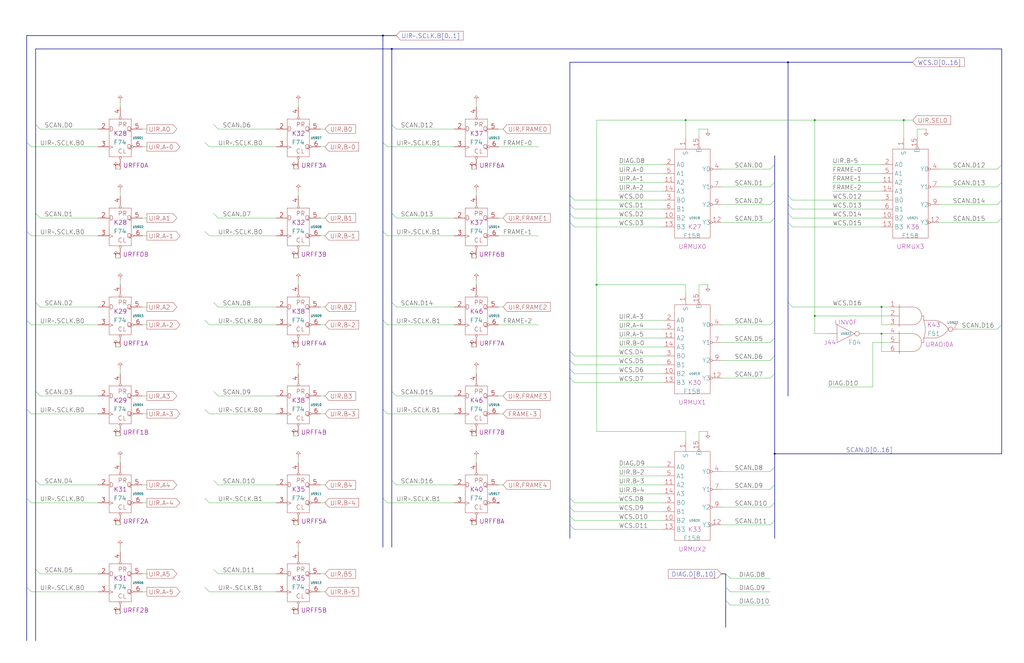
<source format=kicad_sch>
(kicad_sch (version 20250114) (generator "eeschema") (generator_version "9.0")
  (paper "User" 584.2 378.46)
  (title_block (title "WRITABLE CONTROL STORE\\nMICRO INSTRUCTION REGISTER") (date "22-MAR-90") (rev "1.0") (comment 1 "VALUE") (comment 2 "232-003063") (comment 3 "S400") (comment 4 "RELEASED"))
  (lib_symbols
    (symbol "r1000:F04" (pin_numbers (hide yes)) (pin_names (hide yes))
      (property "Reference" "U" (at 0 0 0))
      (property "Value" "F04" (at 1.27 -5.08 0))
      (property "Location" "___" (at -12.7 -5.08 0))
      (property "Name" "______" (at 0 5.08 0))
      (symbol "F04_0_1"
        (polyline (pts (xy -7.62 0) (xy -5.08 0)) (stroke (width 0.1524)))
        (polyline (pts (xy -5.08 5.08) (xy -5.08 -5.08)) (stroke (width 0.1524)))
        (polyline (pts (xy 5.08 0) (xy -5.08 5.08)) (stroke (width 0.1524)))
        (polyline (pts (xy 5.08 0) (xy -5.08 -5.08)) (stroke (width 0.1524)))
        (circle (center 6.35 0) (radius 1.27) (stroke (width 0.1524)))
      )
      (symbol "F04_1_1"
        (pin input line (at -10.16 0 0) (length 2.54) (name "D0") (number "1"))
        (pin output line (at 10.16 0 180) (length 2.54) (name "Q") (number "2"))
      )
    )
    (symbol "r1000:F158" (pin_names (offset 1.016))
      (property "Reference" "U" (at 2.54 5.08 0))
      (property "Value" "F158" (at -3.81 -5.08 0))
      (property "Location" "___" (at -1.27 0 0))
      (property "Name" "______" (at 1.27 -12.7 0))
      (symbol "F158_1_1"
        (rectangle (start -8.89 44.45) (end 11.43 -6.35))
        (circle (center 5.08 45.085) (radius 0.635))
        (circle (center 12.065 33.02) (radius 0.635))
        (circle (center 12.065 22.86) (radius 0.635))
        (circle (center 12.065 12.7) (radius 0.635))
        (circle (center 12.065 2.54) (radius 0.635))
        (pin input line (at -15.24 35.56 0) (length 6.35) (name "A0") (number "2"))
        (pin input line (at -15.24 30.48 0) (length 6.35) (name "A1") (number "5"))
        (pin input line (at -15.24 25.4 0) (length 6.35) (name "A2") (number "11"))
        (pin input line (at -15.24 20.32 0) (length 6.35) (name "A3") (number "14"))
        (pin input line (at -15.24 15.24 0) (length 6.35) (name "B0") (number "3"))
        (pin input line (at -15.24 10.16 0) (length 6.35) (name "B1") (number "6"))
        (pin input line (at -15.24 5.08 0) (length 6.35) (name "B2") (number "10"))
        (pin input line (at -15.24 0 0) (length 6.35) (name "B3") (number "13"))
        (pin input line (at -2.54 50.8 270) (length 6.35) (name "S") (number "1"))
        (pin input line (at 5.08 50.8 270) (length 5.08) (name "E") (number "15"))
        (pin output line (at 17.78 33.02 180) (length 5.08) (name "Y0") (number "4"))
        (pin output line (at 17.78 22.86 180) (length 5.08) (name "Y1") (number "7"))
        (pin output line (at 17.78 12.7 180) (length 5.08) (name "Y2") (number "9"))
        (pin output line (at 17.78 2.54 180) (length 5.08) (name "Y3") (number "12"))
      )
    )
    (symbol "r1000:F51" (pin_names (hide yes))
      (property "Reference" "U" (at 12.7 1.27 0))
      (property "Value" "F51" (at 1.905 -5.08 0))
      (property "Location" "___" (at 1.905 0 0))
      (property "Name" "______" (at 5.08 -12.7 0))
      (symbol "F51_0_0"
        (polyline (pts (xy -20.32 10.16) (xy -17.78 10.16)) (stroke (width 0.1524)))
        (polyline (pts (xy -20.32 5.08) (xy -17.78 5.08)) (stroke (width 0.1524)))
        (polyline (pts (xy -20.32 0) (xy -17.78 0)) (stroke (width 0.1524)))
        (polyline (pts (xy -20.32 -5.08) (xy -17.78 -5.08)) (stroke (width 0.1524)))
        (polyline (pts (xy -20.32 -10.16) (xy -17.78 -10.16)) (stroke (width 0.1524)))
        (polyline (pts (xy -20.32 -15.24) (xy -17.78 -15.24)) (stroke (width 0.1524)))
        (arc (start -3.8173 2.54) (mid -2.9926 -2.54) (end -3.8173 -7.62) (stroke (width 0.1524)))
        (polyline (pts (xy -17.78 11.43) (xy -17.78 -1.27)) (stroke (width 0.1524)))
        (polyline (pts (xy -17.78 -3.81) (xy -17.78 -16.51)) (stroke (width 0.1524)))
        (polyline (pts (xy -10.16 10.16) (xy -17.78 10.16)) (stroke (width 0.1524)))
        (arc (start -10.16 10.16) (mid -6.5679 8.6721) (end -5.08 5.08) (stroke (width 0.1524)))
        (arc (start -5.08 5.08) (mid -6.5679 1.4879) (end -10.16 0) (stroke (width 0.1524)))
        (polyline (pts (xy -10.16 0) (xy -17.78 0)) (stroke (width 0.1524)))
        (polyline (pts (xy -10.16 -5.08) (xy -17.78 -5.08)) (stroke (width 0.1524)))
        (arc (start -10.16 -5.08) (mid -6.5679 -6.5679) (end -5.08 -10.16) (stroke (width 0.1524)))
        (arc (start -5.08 -10.16) (mid -6.5679 -13.7521) (end -10.16 -15.24) (stroke (width 0.1524)))
        (polyline (pts (xy -10.16 -15.24) (xy -17.78 -15.24)) (stroke (width 0.1524)))
        (polyline (pts (xy -5.08 5.08) (xy -3.81 5.08) (xy -3.81 2.54)) (stroke (width 0.1524)))
        (polyline (pts (xy -5.08 -10.16) (xy -3.81 -10.16) (xy -3.81 -7.62)) (stroke (width 0.1524)))
        (polyline (pts (xy -3.81 2.54) (xy 2.54 2.54)) (stroke (width 0.1524)))
        (polyline (pts (xy -3.81 -7.62) (xy 2.54 -7.62)) (stroke (width 0.1524)))
        (arc (start 10.16 -2.54) (mid 6.9504 -5.9807) (end 2.54 -7.62) (stroke (width 0.1524)))
        (arc (start 2.54 2.54) (mid 6.9516 0.9024) (end 10.16 -2.54) (stroke (width 0.1524)))
        (circle (center 11.43 -2.54) (radius 1.27) (stroke (width 0.1524)))
      )
      (symbol "F51_1_1"
        (pin input line (at -22.86 10.16 0) (length 2.54) (name "A1") (number "1"))
        (pin input line (at -22.86 5.08 0) (length 2.54) (name "A2") (number "2"))
        (pin input line (at -22.86 0 0) (length 2.54) (name "A3") (number "3"))
        (pin input line (at -22.86 -5.08 0) (length 2.54) (name "B1") (number "4"))
        (pin input line (at -22.86 -10.16 0) (length 2.54) (name "B2") (number "5"))
        (pin input line (at -22.86 -15.24 0) (length 2.54) (name "B3") (number "6"))
        (pin output line (at 15.24 -2.54 180) (length 2.54) (name "Q") (number "7"))
      )
    )
    (symbol "r1000:F74" (pin_names (offset 1.016) (hide yes))
      (property "Reference" "U" (at 12.7 -2.54 0))
      (property "Value" "F74" (at -1.27 -5.08 0))
      (property "Location" "___" (at -1.27 0 0))
      (property "Name" "______" (at 11.43 -19.685 0))
      (symbol "F74_0_1"
        (rectangle (start -3.81 8.255) (end 8.89 -13.335) (stroke (width 0.1524)))
        (polyline (pts (xy 2.54 10.16) (xy 2.54 9.525)) (stroke (width 0.1524)))
        (polyline (pts (xy 2.54 -15.24) (xy 2.54 -14.605)) (stroke (width 0.1524)))
      )
      (symbol "F74_1_1"
        (circle (center 2.54 8.89) (radius 0.635))
        (circle (center 2.54 -13.97) (radius 0.635))
        (circle (center 9.525 -7.62) (radius 0.635))
        (text "D" (at -2.54 2.54 0) (effects (font (size 2.54 2.54))))
        (text ">" (at -2.54 -7.62 0) (effects (font (size 2.54 2.54))))
        (text "P" (at 2.54 5.08 0) (effects (font (size 2.54 2.54))))
        (text "C" (at 2.54 -10.16 0) (effects (font (size 2.54 2.54))))
        (text "R" (at 5.08 5.08 0) (effects (font (size 2.54 2.54))))
        (text "L" (at 5.08 -10.16 0) (effects (font (size 2.54 2.54))))
        (text "Q" (at 7.62 2.54 0) (effects (font (size 2.54 2.54))))
        (text "Q" (at 7.62 -7.62 0) (effects (font (size 2.54 2.54))))
        (pin input line (at -10.16 2.54 0) (length 6.35) (name "D") (number "2"))
        (pin input line (at -10.16 -7.62 0) (length 6.35) (name "CLK") (number "3"))
        (pin input line (at 2.54 15.24 270) (length 5.08) (name "PR_") (number "4"))
        (pin input line (at 2.54 -20.32 90) (length 5.08) (name "CL_") (number "1"))
        (pin output line (at 15.24 2.54 180) (length 6.35) (name "Q") (number "5"))
        (pin output line (at 15.24 -7.62 180) (length 5.08) (name "Q_") (number "6"))
      )
    )
    (symbol "r1000:PD" (power) (pin_numbers (hide yes)) (pin_names (hide yes)) (in_bom no)
      (symbol "PD_0_1"
        (polyline (pts (xy 0 -2.54) (xy 1.27 -2.54) (xy 0 -3.81) (xy -1.27 -2.54) (xy 0 -2.54)) (stroke (width 0.1524)))
      )
      (symbol "PD_1_1"
        (pin power_in line (at 0 0 270) (length 2.54) (name "PD") (number "1"))
      )
    )
    (symbol "r1000:PU" (power) (pin_numbers (hide yes)) (pin_names (hide yes))
      (symbol "PU_0_1"
        (polyline (pts (xy 0 2.54) (xy -1.27 2.54) (xy 0 3.81) (xy 1.27 2.54) (xy 0 2.54)) (stroke (width 0.1524)))
      )
      (symbol "PU_1_1"
        (pin power_in line (at 0 0 90) (length 2.54) (name "PU") (number "1"))
      )
    )
  )
  (junction (at 464.82 68.58))
  (junction (at 223.52 27.94))
  (junction (at 515.62 68.58))
  (junction (at 340.36 162.56))
  (junction (at 218.44 20.32))
  (junction (at 464.82 180.34))
  (junction (at 391.16 68.58))
  (junction (at 441.96 259.08))
  (junction (at 449.58 35.56))
  (junction (at 502.92 190.5))
  (junction (at 502.92 175.26))
  (no_connect (at 284.48 287.02))
  (bus_entry (at 121.92 274.32) (size 2.54 2.54))
  (bus_entry (at 15.24 81.28) (size 2.54 2.54))
  (bus_entry (at 441.96 213.36) (size -2.54 2.54))
  (bus_entry (at 116.84 81.28) (size 2.54 2.54))
  (bus_entry (at 223.52 274.32) (size 2.54 2.54))
  (bus_entry (at 223.52 223.52) (size 2.54 2.54))
  (bus_entry (at 441.96 104.14) (size -2.54 2.54))
  (bus_entry (at 223.52 71.12) (size 2.54 2.54))
  (bus_entry (at 223.52 121.92) (size 2.54 2.54))
  (bus_entry (at 325.12 210.82) (size 2.54 2.54))
  (bus_entry (at 15.24 284.48) (size 2.54 2.54))
  (bus_entry (at 441.96 93.98) (size -2.54 2.54))
  (bus_entry (at 325.12 116.84) (size 2.54 2.54))
  (bus_entry (at 441.96 297.18) (size -2.54 2.54))
  (bus_entry (at 441.96 276.86) (size -2.54 2.54))
  (bus_entry (at 449.58 172.72) (size 2.54 2.54))
  (bus_entry (at 441.96 266.7) (size -2.54 2.54))
  (bus_entry (at 414.02 327.66) (size 2.54 2.54))
  (bus_entry (at 571.5 114.3) (size -2.54 2.54))
  (bus_entry (at 325.12 284.48) (size 2.54 2.54))
  (bus_entry (at 15.24 182.88) (size 2.54 2.54))
  (bus_entry (at 218.44 182.88) (size 2.54 2.54))
  (bus_entry (at 15.24 335.28) (size 2.54 2.54))
  (bus_entry (at 441.96 287.02) (size -2.54 2.54))
  (bus_entry (at 325.12 289.56) (size 2.54 2.54))
  (bus_entry (at 571.5 104.14) (size -2.54 2.54))
  (bus_entry (at 20.32 223.52) (size 2.54 2.54))
  (bus_entry (at 325.12 127) (size 2.54 2.54))
  (bus_entry (at 223.52 172.72) (size 2.54 2.54))
  (bus_entry (at 441.96 124.46) (size -2.54 2.54))
  (bus_entry (at 441.96 193.04) (size -2.54 2.54))
  (bus_entry (at 449.58 127) (size 2.54 2.54))
  (bus_entry (at 325.12 111.76) (size 2.54 2.54))
  (bus_entry (at 441.96 203.2) (size -2.54 2.54))
  (bus_entry (at 449.58 111.76) (size 2.54 2.54))
  (bus_entry (at 121.92 325.12) (size 2.54 2.54))
  (bus_entry (at 325.12 294.64) (size 2.54 2.54))
  (bus_entry (at 20.32 121.92) (size 2.54 2.54))
  (bus_entry (at 116.84 132.08) (size 2.54 2.54))
  (bus_entry (at 121.92 71.12) (size 2.54 2.54))
  (bus_entry (at 20.32 172.72) (size 2.54 2.54))
  (bus_entry (at 121.92 223.52) (size 2.54 2.54))
  (bus_entry (at 449.58 121.92) (size 2.54 2.54))
  (bus_entry (at 414.02 335.28) (size 2.54 2.54))
  (bus_entry (at 571.5 93.98) (size -2.54 2.54))
  (bus_entry (at 121.92 172.72) (size 2.54 2.54))
  (bus_entry (at 441.96 182.88) (size -2.54 2.54))
  (bus_entry (at 218.44 132.08) (size 2.54 2.54))
  (bus_entry (at 218.44 81.28) (size 2.54 2.54))
  (bus_entry (at 116.84 335.28) (size 2.54 2.54))
  (bus_entry (at 218.44 233.68) (size 2.54 2.54))
  (bus_entry (at 116.84 233.68) (size 2.54 2.54))
  (bus_entry (at 571.5 185.42) (size -2.54 2.54))
  (bus_entry (at 414.02 342.9) (size 2.54 2.54))
  (bus_entry (at 449.58 116.84) (size 2.54 2.54))
  (bus_entry (at 571.5 124.46) (size -2.54 2.54))
  (bus_entry (at 325.12 121.92) (size 2.54 2.54))
  (bus_entry (at 325.12 299.72) (size 2.54 2.54))
  (bus_entry (at 325.12 215.9) (size 2.54 2.54))
  (bus_entry (at 116.84 182.88) (size 2.54 2.54))
  (bus_entry (at 20.32 274.32) (size 2.54 2.54))
  (bus_entry (at 325.12 200.66) (size 2.54 2.54))
  (bus_entry (at 15.24 132.08) (size 2.54 2.54))
  (bus_entry (at 218.44 284.48) (size 2.54 2.54))
  (bus_entry (at 325.12 205.74) (size 2.54 2.54))
  (bus_entry (at 116.84 284.48) (size 2.54 2.54))
  (bus_entry (at 20.32 325.12) (size 2.54 2.54))
  (bus_entry (at 121.92 121.92) (size 2.54 2.54))
  (bus_entry (at 441.96 114.3) (size -2.54 2.54))
  (bus_entry (at 15.24 233.68) (size 2.54 2.54))
  (bus_entry (at 20.32 71.12) (size 2.54 2.54))
  (wire (pts (xy 523.24 73.66) (xy 523.24 78.74)))
  (wire (pts (xy 502.92 200.66) (xy 502.92 190.5)))
  (wire (pts (xy 411.48 269.24) (xy 439.42 269.24)))
  (wire (pts (xy 170.18 58.42) (xy 170.18 60.96)))
  (wire (pts (xy 515.62 68.58) (xy 515.62 78.74)))
  (wire (pts (xy 353.06 104.14) (xy 378.46 104.14)))
  (wire (pts (xy 119.38 83.82) (xy 157.48 83.82)))
  (wire (pts (xy 81.28 337.82) (xy 83.82 337.82)))
  (wire (pts (xy 68.58 261.62) (xy 68.58 264.16)))
  (wire (pts (xy 22.86 276.86) (xy 55.88 276.86)))
  (bus (pts (xy 20.32 223.52) (xy 20.32 274.32)))
  (wire (pts (xy 170.18 261.62) (xy 170.18 264.16)))
  (wire (pts (xy 81.28 287.02) (xy 83.82 287.02)))
  (wire (pts (xy 17.78 134.62) (xy 55.88 134.62)))
  (wire (pts (xy 284.48 226.06) (xy 287.02 226.06)))
  (wire (pts (xy 508 185.42) (xy 502.92 185.42)))
  (wire (pts (xy 497.84 220.98) (xy 497.84 195.58)))
  (bus (pts (xy 441.96 193.04) (xy 441.96 203.2)))
  (bus (pts (xy 441.96 104.14) (xy 441.96 114.3)))
  (wire (pts (xy 353.06 276.86) (xy 378.46 276.86)))
  (wire (pts (xy 220.98 83.82) (xy 259.08 83.82)))
  (wire (pts (xy 124.46 73.66) (xy 157.48 73.66)))
  (wire (pts (xy 124.46 226.06) (xy 157.48 226.06)))
  (wire (pts (xy 220.98 185.42) (xy 259.08 185.42)))
  (wire (pts (xy 170.18 109.22) (xy 170.18 111.76)))
  (wire (pts (xy 327.66 213.36) (xy 378.46 213.36)))
  (bus (pts (xy 441.96 182.88) (xy 441.96 193.04)))
  (wire (pts (xy 474.98 109.22) (xy 502.92 109.22)))
  (wire (pts (xy 411.48 279.4) (xy 439.42 279.4)))
  (wire (pts (xy 167.64 299.72) (xy 170.18 299.72)))
  (wire (pts (xy 353.06 271.78) (xy 378.46 271.78)))
  (wire (pts (xy 474.98 99.06) (xy 502.92 99.06)))
  (bus (pts (xy 441.96 124.46) (xy 441.96 182.88)))
  (bus (pts (xy 15.24 81.28) (xy 15.24 132.08)))
  (bus (pts (xy 218.44 132.08) (xy 218.44 182.88)))
  (wire (pts (xy 119.38 185.42) (xy 157.48 185.42)))
  (bus (pts (xy 414.02 327.66) (xy 414.02 335.28)))
  (bus (pts (xy 15.24 182.88) (xy 15.24 233.68)))
  (bus (pts (xy 218.44 284.48) (xy 218.44 312.42)))
  (wire (pts (xy 472.44 220.98) (xy 497.84 220.98)))
  (bus (pts (xy 15.24 20.32) (xy 218.44 20.32)))
  (wire (pts (xy 22.86 175.26) (xy 55.88 175.26)))
  (wire (pts (xy 226.06 276.86) (xy 259.08 276.86)))
  (bus (pts (xy 325.12 205.74) (xy 325.12 210.82)))
  (wire (pts (xy 81.28 327.66) (xy 83.82 327.66)))
  (wire (pts (xy 535.94 116.84) (xy 568.96 116.84)))
  (bus (pts (xy 441.96 93.98) (xy 441.96 104.14)))
  (bus (pts (xy 20.32 274.32) (xy 20.32 325.12)))
  (bus (pts (xy 571.5 93.98) (xy 571.5 104.14)))
  (wire (pts (xy 271.78 160.02) (xy 271.78 162.56)))
  (wire (pts (xy 182.88 124.46) (xy 185.42 124.46)))
  (wire (pts (xy 22.86 124.46) (xy 55.88 124.46)))
  (bus (pts (xy 20.32 325.12) (xy 20.32 365.76)))
  (wire (pts (xy 17.78 236.22) (xy 55.88 236.22)))
  (wire (pts (xy 182.88 134.62) (xy 185.42 134.62)))
  (wire (pts (xy 492.76 190.5) (xy 502.92 190.5)))
  (wire (pts (xy 452.12 114.3) (xy 502.92 114.3)))
  (wire (pts (xy 269.24 248.92) (xy 271.78 248.92)))
  (wire (pts (xy 182.88 236.22) (xy 185.42 236.22)))
  (wire (pts (xy 284.48 185.42) (xy 307.34 185.42)))
  (wire (pts (xy 119.38 236.22) (xy 157.48 236.22)))
  (wire (pts (xy 22.86 73.66) (xy 55.88 73.66)))
  (bus (pts (xy 325.12 215.9) (xy 325.12 284.48)))
  (bus (pts (xy 441.96 276.86) (xy 441.96 287.02)))
  (wire (pts (xy 340.36 246.38) (xy 391.16 246.38)))
  (bus (pts (xy 571.5 104.14) (xy 571.5 114.3)))
  (wire (pts (xy 81.28 134.62) (xy 83.82 134.62)))
  (wire (pts (xy 182.88 226.06) (xy 185.42 226.06)))
  (wire (pts (xy 124.46 327.66) (xy 157.48 327.66)))
  (bus (pts (xy 325.12 35.56) (xy 325.12 111.76)))
  (bus (pts (xy 20.32 27.94) (xy 223.52 27.94)))
  (wire (pts (xy 474.98 93.98) (xy 502.92 93.98)))
  (wire (pts (xy 68.58 210.82) (xy 68.58 213.36)))
  (wire (pts (xy 66.04 248.92) (xy 68.58 248.92)))
  (wire (pts (xy 182.88 327.66) (xy 185.42 327.66)))
  (wire (pts (xy 81.28 236.22) (xy 83.82 236.22)))
  (wire (pts (xy 271.78 261.62) (xy 271.78 264.16)))
  (wire (pts (xy 22.86 226.06) (xy 55.88 226.06)))
  (wire (pts (xy 284.48 236.22) (xy 287.02 236.22)))
  (bus (pts (xy 441.96 259.08) (xy 441.96 266.7)))
  (bus (pts (xy 325.12 200.66) (xy 325.12 205.74)))
  (wire (pts (xy 81.28 73.66) (xy 83.82 73.66)))
  (wire (pts (xy 391.16 68.58) (xy 464.82 68.58)))
  (wire (pts (xy 502.92 175.26) (xy 508 175.26)))
  (bus (pts (xy 218.44 81.28) (xy 218.44 132.08)))
  (wire (pts (xy 17.78 185.42) (xy 55.88 185.42)))
  (wire (pts (xy 411.48 185.42) (xy 439.42 185.42)))
  (wire (pts (xy 220.98 134.62) (xy 259.08 134.62)))
  (wire (pts (xy 411.48 205.74) (xy 439.42 205.74)))
  (wire (pts (xy 327.66 119.38) (xy 378.46 119.38)))
  (wire (pts (xy 124.46 175.26) (xy 157.48 175.26)))
  (wire (pts (xy 327.66 129.54) (xy 378.46 129.54)))
  (bus (pts (xy 441.96 114.3) (xy 441.96 124.46)))
  (wire (pts (xy 182.88 337.82) (xy 185.42 337.82)))
  (wire (pts (xy 403.86 162.56) (xy 398.78 162.56)))
  (wire (pts (xy 353.06 281.94) (xy 378.46 281.94)))
  (wire (pts (xy 119.38 337.82) (xy 157.48 337.82)))
  (wire (pts (xy 416.56 330.2) (xy 439.42 330.2)))
  (bus (pts (xy 15.24 132.08) (xy 15.24 182.88)))
  (bus (pts (xy 449.58 111.76) (xy 449.58 116.84)))
  (wire (pts (xy 226.06 73.66) (xy 259.08 73.66)))
  (wire (pts (xy 182.88 83.82) (xy 185.42 83.82)))
  (bus (pts (xy 414.02 342.9) (xy 414.02 358.14)))
  (bus (pts (xy 571.5 114.3) (xy 571.5 124.46)))
  (wire (pts (xy 327.66 287.02) (xy 378.46 287.02)))
  (wire (pts (xy 353.06 182.88) (xy 378.46 182.88)))
  (wire (pts (xy 452.12 129.54) (xy 502.92 129.54)))
  (wire (pts (xy 464.82 68.58) (xy 515.62 68.58)))
  (wire (pts (xy 403.86 246.38) (xy 398.78 246.38)))
  (wire (pts (xy 22.86 327.66) (xy 55.88 327.66)))
  (bus (pts (xy 325.12 284.48) (xy 325.12 289.56)))
  (bus (pts (xy 223.52 172.72) (xy 223.52 223.52)))
  (wire (pts (xy 535.94 127) (xy 568.96 127)))
  (wire (pts (xy 411.48 96.52) (xy 439.42 96.52)))
  (wire (pts (xy 353.06 193.04) (xy 378.46 193.04)))
  (wire (pts (xy 284.48 124.46) (xy 287.02 124.46)))
  (bus (pts (xy 325.12 210.82) (xy 325.12 215.9)))
  (wire (pts (xy 226.06 226.06) (xy 259.08 226.06)))
  (bus (pts (xy 223.52 27.94) (xy 223.52 71.12)))
  (bus (pts (xy 325.12 116.84) (xy 325.12 121.92)))
  (bus (pts (xy 325.12 294.64) (xy 325.12 299.72)))
  (wire (pts (xy 327.66 124.46) (xy 378.46 124.46)))
  (wire (pts (xy 411.48 195.58) (xy 439.42 195.58)))
  (wire (pts (xy 391.16 251.46) (xy 391.16 246.38)))
  (wire (pts (xy 66.04 198.12) (xy 68.58 198.12)))
  (bus (pts (xy 325.12 289.56) (xy 325.12 294.64)))
  (wire (pts (xy 66.04 299.72) (xy 68.58 299.72)))
  (wire (pts (xy 411.48 106.68) (xy 439.42 106.68)))
  (wire (pts (xy 68.58 312.42) (xy 68.58 314.96)))
  (bus (pts (xy 441.96 266.7) (xy 441.96 276.86)))
  (wire (pts (xy 340.36 162.56) (xy 340.36 68.58)))
  (wire (pts (xy 411.48 116.84) (xy 439.42 116.84)))
  (bus (pts (xy 20.32 121.92) (xy 20.32 172.72)))
  (bus (pts (xy 414.02 335.28) (xy 414.02 342.9)))
  (wire (pts (xy 182.88 276.86) (xy 185.42 276.86)))
  (wire (pts (xy 182.88 185.42) (xy 185.42 185.42)))
  (bus (pts (xy 411.48 327.66) (xy 414.02 327.66)))
  (wire (pts (xy 269.24 198.12) (xy 271.78 198.12)))
  (bus (pts (xy 218.44 20.32) (xy 226.06 20.32)))
  (wire (pts (xy 474.98 104.14) (xy 502.92 104.14)))
  (wire (pts (xy 411.48 127) (xy 439.42 127)))
  (bus (pts (xy 441.96 203.2) (xy 441.96 213.36)))
  (wire (pts (xy 327.66 297.18) (xy 378.46 297.18)))
  (bus (pts (xy 441.96 297.18) (xy 441.96 307.34)))
  (wire (pts (xy 416.56 345.44) (xy 439.42 345.44)))
  (wire (pts (xy 66.04 350.52) (xy 68.58 350.52)))
  (wire (pts (xy 271.78 58.42) (xy 271.78 60.96)))
  (wire (pts (xy 226.06 124.46) (xy 259.08 124.46)))
  (wire (pts (xy 411.48 215.9) (xy 439.42 215.9)))
  (bus (pts (xy 218.44 233.68) (xy 218.44 284.48)))
  (wire (pts (xy 391.16 68.58) (xy 391.16 78.74)))
  (wire (pts (xy 327.66 218.44) (xy 378.46 218.44)))
  (bus (pts (xy 571.5 27.94) (xy 571.5 93.98)))
  (bus (pts (xy 449.58 116.84) (xy 449.58 121.92)))
  (wire (pts (xy 403.86 73.66) (xy 398.78 73.66)))
  (bus (pts (xy 15.24 335.28) (xy 15.24 365.76)))
  (wire (pts (xy 535.94 106.68) (xy 568.96 106.68)))
  (wire (pts (xy 353.06 109.22) (xy 378.46 109.22)))
  (wire (pts (xy 340.36 246.38) (xy 340.36 162.56)))
  (wire (pts (xy 124.46 124.46) (xy 157.48 124.46)))
  (wire (pts (xy 226.06 175.26) (xy 259.08 175.26)))
  (bus (pts (xy 325.12 121.92) (xy 325.12 127)))
  (wire (pts (xy 515.62 68.58) (xy 520.7 68.58)))
  (wire (pts (xy 528.32 73.66) (xy 523.24 73.66)))
  (bus (pts (xy 449.58 121.92) (xy 449.58 127)))
  (bus (pts (xy 571.5 185.42) (xy 571.5 259.08)))
  (bus (pts (xy 325.12 35.56) (xy 449.58 35.56)))
  (wire (pts (xy 167.64 198.12) (xy 170.18 198.12)))
  (wire (pts (xy 271.78 109.22) (xy 271.78 111.76)))
  (bus (pts (xy 325.12 299.72) (xy 325.12 307.34)))
  (wire (pts (xy 271.78 210.82) (xy 271.78 213.36)))
  (bus (pts (xy 441.96 213.36) (xy 441.96 259.08)))
  (wire (pts (xy 170.18 312.42) (xy 170.18 314.96)))
  (wire (pts (xy 546.1 187.96) (xy 568.96 187.96)))
  (wire (pts (xy 182.88 73.66) (xy 185.42 73.66)))
  (wire (pts (xy 119.38 134.62) (xy 157.48 134.62)))
  (wire (pts (xy 284.48 134.62) (xy 307.34 134.62)))
  (wire (pts (xy 327.66 208.28) (xy 378.46 208.28)))
  (wire (pts (xy 81.28 175.26) (xy 83.82 175.26)))
  (wire (pts (xy 452.12 119.38) (xy 502.92 119.38)))
  (wire (pts (xy 170.18 160.02) (xy 170.18 162.56)))
  (bus (pts (xy 325.12 127) (xy 325.12 200.66)))
  (wire (pts (xy 81.28 226.06) (xy 83.82 226.06)))
  (wire (pts (xy 170.18 210.82) (xy 170.18 213.36)))
  (wire (pts (xy 167.64 248.92) (xy 170.18 248.92)))
  (wire (pts (xy 327.66 302.26) (xy 378.46 302.26)))
  (wire (pts (xy 81.28 276.86) (xy 83.82 276.86)))
  (wire (pts (xy 81.28 83.82) (xy 83.82 83.82)))
  (wire (pts (xy 68.58 58.42) (xy 68.58 60.96)))
  (bus (pts (xy 223.52 274.32) (xy 223.52 312.42)))
  (wire (pts (xy 81.28 124.46) (xy 83.82 124.46)))
  (wire (pts (xy 353.06 93.98) (xy 378.46 93.98)))
  (wire (pts (xy 340.36 162.56) (xy 391.16 162.56)))
  (bus (pts (xy 571.5 124.46) (xy 571.5 185.42)))
  (wire (pts (xy 167.64 350.52) (xy 170.18 350.52)))
  (bus (pts (xy 449.58 35.56) (xy 449.58 111.76)))
  (wire (pts (xy 327.66 292.1) (xy 378.46 292.1)))
  (wire (pts (xy 68.58 109.22) (xy 68.58 111.76)))
  (wire (pts (xy 182.88 175.26) (xy 185.42 175.26)))
  (wire (pts (xy 284.48 83.82) (xy 307.34 83.82)))
  (wire (pts (xy 220.98 287.02) (xy 259.08 287.02)))
  (wire (pts (xy 284.48 175.26) (xy 287.02 175.26)))
  (bus (pts (xy 15.24 233.68) (xy 15.24 284.48)))
  (wire (pts (xy 497.84 195.58) (xy 508 195.58)))
  (bus (pts (xy 15.24 20.32) (xy 15.24 81.28)))
  (wire (pts (xy 535.94 96.52) (xy 568.96 96.52)))
  (wire (pts (xy 340.36 68.58) (xy 391.16 68.58)))
  (bus (pts (xy 218.44 182.88) (xy 218.44 233.68)))
  (bus (pts (xy 441.96 88.9) (xy 441.96 93.98)))
  (bus (pts (xy 223.52 71.12) (xy 223.52 121.92)))
  (bus (pts (xy 449.58 172.72) (xy 449.58 226.06)))
  (wire (pts (xy 167.64 96.52) (xy 170.18 96.52)))
  (bus (pts (xy 218.44 20.32) (xy 218.44 81.28)))
  (wire (pts (xy 81.28 185.42) (xy 83.82 185.42)))
  (wire (pts (xy 452.12 175.26) (xy 502.92 175.26)))
  (bus (pts (xy 223.52 121.92) (xy 223.52 172.72)))
  (bus (pts (xy 223.52 27.94) (xy 571.5 27.94)))
  (wire (pts (xy 391.16 167.64) (xy 391.16 162.56)))
  (wire (pts (xy 502.92 190.5) (xy 508 190.5)))
  (wire (pts (xy 411.48 289.56) (xy 439.42 289.56)))
  (wire (pts (xy 17.78 337.82) (xy 55.88 337.82)))
  (wire (pts (xy 353.06 187.96) (xy 378.46 187.96)))
  (wire (pts (xy 472.44 190.5) (xy 464.82 190.5)))
  (wire (pts (xy 269.24 147.32) (xy 271.78 147.32)))
  (bus (pts (xy 20.32 172.72) (xy 20.32 223.52)))
  (wire (pts (xy 502.92 185.42) (xy 502.92 175.26)))
  (bus (pts (xy 325.12 111.76) (xy 325.12 116.84)))
  (wire (pts (xy 284.48 73.66) (xy 287.02 73.66)))
  (bus (pts (xy 223.52 223.52) (xy 223.52 274.32)))
  (wire (pts (xy 327.66 114.3) (xy 378.46 114.3)))
  (wire (pts (xy 66.04 147.32) (xy 68.58 147.32)))
  (wire (pts (xy 220.98 236.22) (xy 259.08 236.22)))
  (wire (pts (xy 416.56 337.82) (xy 439.42 337.82)))
  (wire (pts (xy 124.46 276.86) (xy 157.48 276.86)))
  (wire (pts (xy 353.06 99.06) (xy 378.46 99.06)))
  (bus (pts (xy 449.58 35.56) (xy 520.7 35.56)))
  (bus (pts (xy 571.5 259.08) (xy 441.96 259.08)))
  (wire (pts (xy 167.64 147.32) (xy 170.18 147.32)))
  (bus (pts (xy 449.58 127) (xy 449.58 172.72)))
  (wire (pts (xy 353.06 198.12) (xy 378.46 198.12)))
  (wire (pts (xy 398.78 73.66) (xy 398.78 78.74)))
  (wire (pts (xy 284.48 276.86) (xy 287.02 276.86)))
  (wire (pts (xy 452.12 124.46) (xy 502.92 124.46)))
  (wire (pts (xy 17.78 287.02) (xy 55.88 287.02)))
  (wire (pts (xy 17.78 83.82) (xy 55.88 83.82)))
  (bus (pts (xy 441.96 287.02) (xy 441.96 297.18)))
  (wire (pts (xy 182.88 287.02) (xy 185.42 287.02)))
  (wire (pts (xy 464.82 180.34) (xy 464.82 68.58)))
  (wire (pts (xy 66.04 96.52) (xy 68.58 96.52)))
  (wire (pts (xy 269.24 96.52) (xy 271.78 96.52)))
  (wire (pts (xy 327.66 203.2) (xy 378.46 203.2)))
  (wire (pts (xy 353.06 266.7) (xy 378.46 266.7)))
  (wire (pts (xy 269.24 299.72) (xy 271.78 299.72)))
  (wire (pts (xy 398.78 162.56) (xy 398.78 167.64)))
  (wire (pts (xy 508 200.66) (xy 502.92 200.66)))
  (wire (pts (xy 398.78 246.38) (xy 398.78 251.46)))
  (bus (pts (xy 20.32 71.12) (xy 20.32 121.92)))
  (bus (pts (xy 20.32 27.94) (xy 20.32 71.12)))
  (wire (pts (xy 411.48 299.72) (xy 439.42 299.72)))
  (wire (pts (xy 68.58 160.02) (xy 68.58 162.56)))
  (wire (pts (xy 119.38 287.02) (xy 157.48 287.02)))
  (bus (pts (xy 15.24 284.48) (xy 15.24 335.28)))
  (wire (pts (xy 464.82 180.34) (xy 508 180.34)))
  (wire (pts (xy 464.82 190.5) (xy 464.82 180.34)))
  (label "WCS.D11" (at 353.06 302.26 0) (effects (font (size 2.54 2.54))))
  (label "WCS.D2" (at 353.06 124.46 0) (effects (font (size 2.54 2.54))))
  (label "SCAN.D14" (at 543.56 116.84 0) (effects (font (size 2.54 2.54))))
  (label "DIAG.D10" (at 421.64 345.44 0) (effects (font (size 2.54 2.54))))
  (label "DIAG.D8" (at 421.64 330.2 0) (effects (font (size 2.54 2.54))))
  (label "SCAN.D5" (at 419.1 195.58 0) (effects (font (size 2.54 2.54))))
  (label "WCS.D7" (at 353.06 218.44 0) (effects (font (size 2.54 2.54))))
  (label "SCAN.D9" (at 127 226.06 0) (effects (font (size 2.54 2.54))))
  (label "UIR~.SCLK.B1" (at 226.06 83.82 0) (effects (font (size 2.54 2.54))))
  (label "WCS.D8" (at 353.06 287.02 0) (effects (font (size 2.54 2.54))))
  (label "UIR.B~5" (at 474.98 93.98 0) (effects (font (size 2.54 2.54))))
  (label "UIR~.SCLK.B0" (at 22.86 287.02 0) (effects (font (size 2.54 2.54))))
  (label "WCS.D4" (at 353.06 203.2 0) (effects (font (size 2.54 2.54))))
  (label "UIR.A~0" (at 353.06 99.06 0) (effects (font (size 2.54 2.54))))
  (label "FRAME~1" (at 287.02 134.62 0) (effects (font (size 2.54 2.54))))
  (label "UIR~.SCLK.B0" (at 22.86 236.22 0) (effects (font (size 2.54 2.54))))
  (label "SCAN.D12" (at 543.56 96.52 0) (effects (font (size 2.54 2.54))))
  (label "SCAN.D11" (at 127 327.66 0) (effects (font (size 2.54 2.54))))
  (label "SCAN.D3" (at 419.1 127 0) (effects (font (size 2.54 2.54))))
  (label "UIR~.SCLK.B0" (at 124.46 134.62 0) (effects (font (size 2.54 2.54))))
  (label "SCAN.D3" (at 25.4 226.06 0) (effects (font (size 2.54 2.54))))
  (label "UIR.A~1" (at 353.06 104.14 0) (effects (font (size 2.54 2.54))))
  (label "FRAME~0" (at 287.02 83.82 0) (effects (font (size 2.54 2.54))))
  (label "WCS.D5" (at 353.06 208.28 0) (effects (font (size 2.54 2.54))))
  (label "SCAN.D[0..16]" (at 482.6 259.08 0) (effects (font (size 2.54 2.54))))
  (label "UIR~.SCLK.B0" (at 124.46 185.42 0) (effects (font (size 2.54 2.54))))
  (label "SCAN.D4" (at 25.4 276.86 0) (effects (font (size 2.54 2.54))))
  (label "UIR.A~4" (at 353.06 187.96 0) (effects (font (size 2.54 2.54))))
  (label "SCAN.D6" (at 127 73.66 0) (effects (font (size 2.54 2.54))))
  (label "UIR.B~0" (at 353.06 198.12 0) (effects (font (size 2.54 2.54))))
  (label "SCAN.D9" (at 419.1 279.4 0) (effects (font (size 2.54 2.54))))
  (label "UIR~.SCLK.B1" (at 226.06 185.42 0) (effects (font (size 2.54 2.54))))
  (label "SCAN.D7" (at 419.1 215.9 0) (effects (font (size 2.54 2.54))))
  (label "SCAN.D4" (at 419.1 185.42 0) (effects (font (size 2.54 2.54))))
  (label "UIR~.SCLK.B1" (at 124.46 337.82 0) (effects (font (size 2.54 2.54))))
  (label "SCAN.D8" (at 127 175.26 0) (effects (font (size 2.54 2.54))))
  (label "UIR~.SCLK.B0" (at 22.86 83.82 0) (effects (font (size 2.54 2.54))))
  (label "SCAN.D1" (at 419.1 106.68 0) (effects (font (size 2.54 2.54))))
  (label "UIR.B~2" (at 353.06 271.78 0) (effects (font (size 2.54 2.54))))
  (label "UIR~.SCLK.B0" (at 124.46 236.22 0) (effects (font (size 2.54 2.54))))
  (label "SCAN.D12" (at 228.6 73.66 0) (effects (font (size 2.54 2.54))))
  (label "UIR.B~3" (at 353.06 276.86 0) (effects (font (size 2.54 2.54))))
  (label "UIR~.SCLK.B0" (at 22.86 185.42 0) (effects (font (size 2.54 2.54))))
  (label "SCAN.D0" (at 419.1 96.52 0) (effects (font (size 2.54 2.54))))
  (label "SCAN.D0" (at 25.4 73.66 0) (effects (font (size 2.54 2.54))))
  (label "FRAME~1" (at 474.98 104.14 0) (effects (font (size 2.54 2.54))))
  (label "WCS.D13" (at 474.98 119.38 0) (effects (font (size 2.54 2.54))))
  (label "SCAN.D10" (at 419.1 289.56 0) (effects (font (size 2.54 2.54))))
  (label "UIR~.SCLK.B0" (at 22.86 337.82 0) (effects (font (size 2.54 2.54))))
  (label "UIR~.SCLK.B1" (at 226.06 236.22 0) (effects (font (size 2.54 2.54))))
  (label "DIAG.D9" (at 421.64 337.82 0) (effects (font (size 2.54 2.54))))
  (label "FRAME~0" (at 474.98 99.06 0) (effects (font (size 2.54 2.54))))
  (label "UIR~.SCLK.B0" (at 22.86 134.62 0) (effects (font (size 2.54 2.54))))
  (label "SCAN.D10" (at 127 276.86 0) (effects (font (size 2.54 2.54))))
  (label "SCAN.D13" (at 543.56 106.68 0) (effects (font (size 2.54 2.54))))
  (label "SCAN.D11" (at 419.1 299.72 0) (effects (font (size 2.54 2.54))))
  (label "SCAN.D7" (at 127 124.46 0) (effects (font (size 2.54 2.54))))
  (label "WCS.D1" (at 353.06 119.38 0) (effects (font (size 2.54 2.54))))
  (label "WCS.D12" (at 474.98 114.3 0) (effects (font (size 2.54 2.54))))
  (label "SCAN.D16" (at 548.64 187.96 0) (effects (font (size 2.54 2.54))))
  (label "FRAME~2" (at 474.98 109.22 0) (effects (font (size 2.54 2.54))))
  (label "SCAN.D8" (at 419.1 269.24 0) (effects (font (size 2.54 2.54))))
  (label "DIAG.D8" (at 353.06 93.98 0) (effects (font (size 2.54 2.54))))
  (label "SCAN.D6" (at 419.1 205.74 0) (effects (font (size 2.54 2.54))))
  (label "UIR~.SCLK.B1" (at 226.06 134.62 0) (effects (font (size 2.54 2.54))))
  (label "WCS.D10" (at 353.06 297.18 0) (effects (font (size 2.54 2.54))))
  (label "SCAN.D5" (at 25.4 327.66 0) (effects (font (size 2.54 2.54))))
  (label "SCAN.D14" (at 228.6 175.26 0) (effects (font (size 2.54 2.54))))
  (label "SCAN.D13" (at 228.6 124.46 0) (effects (font (size 2.54 2.54))))
  (label "SCAN.D15" (at 543.56 127 0) (effects (font (size 2.54 2.54))))
  (label "UIR~.SCLK.B1" (at 226.06 287.02 0) (effects (font (size 2.54 2.54))))
  (label "WCS.D3" (at 353.06 129.54 0) (effects (font (size 2.54 2.54))))
  (label "WCS.D15" (at 474.98 129.54 0) (effects (font (size 2.54 2.54))))
  (label "UIR~.SCLK.B1" (at 124.46 287.02 0) (effects (font (size 2.54 2.54))))
  (label "UIR.A~3" (at 353.06 182.88 0) (effects (font (size 2.54 2.54))))
  (label "WCS.D6" (at 353.06 213.36 0) (effects (font (size 2.54 2.54))))
  (label "WCS.D16" (at 474.98 175.26 0) (effects (font (size 2.54 2.54))))
  (label "DIAG.D10" (at 472.44 220.98 0) (effects (font (size 2.54 2.54))))
  (label "UIR.A~2" (at 353.06 109.22 0) (effects (font (size 2.54 2.54))))
  (label "SCAN.D2" (at 419.1 116.84 0) (effects (font (size 2.54 2.54))))
  (label "UIR.B~4" (at 353.06 281.94 0) (effects (font (size 2.54 2.54))))
  (label "SCAN.D15" (at 228.6 226.06 0) (effects (font (size 2.54 2.54))))
  (label "WCS.D9" (at 353.06 292.1 0) (effects (font (size 2.54 2.54))))
  (label "UIR~.SCLK.B0" (at 124.46 83.82 0) (effects (font (size 2.54 2.54))))
  (label "WCS.D0" (at 353.06 114.3 0) (effects (font (size 2.54 2.54))))
  (label "SCAN.D2" (at 25.4 175.26 0) (effects (font (size 2.54 2.54))))
  (label "DIAG.D9" (at 353.06 266.7 0) (effects (font (size 2.54 2.54))))
  (label "WCS.D14" (at 474.98 124.46 0) (effects (font (size 2.54 2.54))))
  (label "UIR.A~5" (at 353.06 193.04 0) (effects (font (size 2.54 2.54))))
  (label "FRAME~2" (at 287.02 185.42 0) (effects (font (size 2.54 2.54))))
  (label "SCAN.D1" (at 25.4 124.46 0) (effects (font (size 2.54 2.54))))
  (label "SCAN.D16" (at 228.6 276.86 0) (effects (font (size 2.54 2.54))))
  (global_label "UIR.B~3" (shape input) (at 185.42 236.22 0) (effects (font (size 2.54 2.54))) (property "Intersheetrefs" "${INTERSHEET_REFS}" (at 204.6393 236.0613 0) (effects (font (size 1.905 1.905)) (justify left))))
  (global_label "UIR.B1" (shape input) (at 185.42 124.46 0) (effects (font (size 2.54 2.54))) (property "Intersheetrefs" "${INTERSHEET_REFS}" (at 202.825 124.3013 0) (effects (font (size 1.905 1.905)) (justify left))))
  (global_label "UIR.FRAME0" (shape input) (at 287.02 73.66 0) (effects (font (size 2.54 2.54))) (property "Intersheetrefs" "${INTERSHEET_REFS}" (at 313.9803 73.5013 0) (effects (font (size 1.905 1.905)) (justify left))))
  (global_label "UIR.A3" (shape output) (at 83.82 226.06 0) (effects (font (size 2.54 2.54))) (property "Intersheetrefs" "${INTERSHEET_REFS}" (at 100.8622 225.9013 0) (effects (font (size 1.905 1.905)) (justify left))))
  (global_label "FRAME~3" (shape input) (at 287.02 236.22 0) (effects (font (size 2.54 2.54))) (property "Intersheetrefs" "${INTERSHEET_REFS}" (at 308.1746 236.0613 0) (effects (font (size 1.905 1.905)) (justify left))))
  (global_label "UIR.A4" (shape output) (at 83.82 276.86 0) (effects (font (size 2.54 2.54))) (property "Intersheetrefs" "${INTERSHEET_REFS}" (at 100.8622 276.7013 0) (effects (font (size 1.905 1.905)) (justify left))))
  (global_label "UIR.A~2" (shape output) (at 83.82 185.42 0) (effects (font (size 2.54 2.54))) (property "Intersheetrefs" "${INTERSHEET_REFS}" (at 102.6765 185.2613 0) (effects (font (size 1.905 1.905)) (justify left))))
  (global_label "UIR.A0" (shape output) (at 83.82 73.66 0) (effects (font (size 2.54 2.54))) (property "Intersheetrefs" "${INTERSHEET_REFS}" (at 100.8622 73.5013 0) (effects (font (size 1.905 1.905)) (justify left))))
  (global_label "UIR.A~0" (shape output) (at 83.82 83.82 0) (effects (font (size 2.54 2.54))) (property "Intersheetrefs" "${INTERSHEET_REFS}" (at 102.6765 83.6613 0) (effects (font (size 1.905 1.905)) (justify left))))
  (global_label "UIR~.SCLK.B[0..1]" (shape input) (at 226.06 20.32 0) (effects (font (size 2.54 2.54))) (property "Intersheetrefs" "${INTERSHEET_REFS}" (at 264.2689 20.1613 0) (effects (font (size 1.905 1.905)) (justify left))))
  (global_label "UIR.A~4" (shape output) (at 83.82 287.02 0) (effects (font (size 2.54 2.54))) (property "Intersheetrefs" "${INTERSHEET_REFS}" (at 102.6765 286.8613 0) (effects (font (size 1.905 1.905)) (justify left))))
  (global_label "UIR.B4" (shape input) (at 185.42 276.86 0) (effects (font (size 2.54 2.54))) (property "Intersheetrefs" "${INTERSHEET_REFS}" (at 202.825 276.7013 0) (effects (font (size 1.905 1.905)) (justify left))))
  (global_label "UIR.A~5" (shape output) (at 83.82 337.82 0) (effects (font (size 2.54 2.54))) (property "Intersheetrefs" "${INTERSHEET_REFS}" (at 102.6765 337.6613 0) (effects (font (size 1.905 1.905)) (justify left))))
  (global_label "UIR.A2" (shape output) (at 83.82 175.26 0) (effects (font (size 2.54 2.54))) (property "Intersheetrefs" "${INTERSHEET_REFS}" (at 100.8622 175.1013 0) (effects (font (size 1.905 1.905)) (justify left))))
  (global_label "UIR.B~2" (shape input) (at 185.42 185.42 0) (effects (font (size 2.54 2.54))) (property "Intersheetrefs" "${INTERSHEET_REFS}" (at 204.6393 185.2613 0) (effects (font (size 1.905 1.905)) (justify left))))
  (global_label "UIR.B~4" (shape input) (at 185.42 287.02 0) (effects (font (size 2.54 2.54))) (property "Intersheetrefs" "${INTERSHEET_REFS}" (at 204.6393 286.8613 0) (effects (font (size 1.905 1.905)) (justify left))))
  (global_label "UIR.A~1" (shape output) (at 83.82 134.62 0) (effects (font (size 2.54 2.54))) (property "Intersheetrefs" "${INTERSHEET_REFS}" (at 102.6765 134.4613 0) (effects (font (size 1.905 1.905)) (justify left))))
  (global_label "UIR.B~5" (shape input) (at 185.42 337.82 0) (effects (font (size 2.54 2.54))) (property "Intersheetrefs" "${INTERSHEET_REFS}" (at 204.6393 337.6613 0) (effects (font (size 1.905 1.905)) (justify left))))
  (global_label "UIR.FRAME2" (shape input) (at 287.02 175.26 0) (effects (font (size 2.54 2.54))) (property "Intersheetrefs" "${INTERSHEET_REFS}" (at 313.9803 175.1013 0) (effects (font (size 1.905 1.905)) (justify left))))
  (global_label "UIR.SEL0" (shape input) (at 520.7 68.58 0) (effects (font (size 2.54 2.54))) (property "Intersheetrefs" "${INTERSHEET_REFS}" (at 542.3384 68.4213 0) (effects (font (size 1.905 1.905)) (justify left))))
  (global_label "UIR.A5" (shape output) (at 83.82 327.66 0) (effects (font (size 2.54 2.54))) (property "Intersheetrefs" "${INTERSHEET_REFS}" (at 100.8622 327.5013 0) (effects (font (size 1.905 1.905)) (justify left))))
  (global_label "UIR.B0" (shape input) (at 185.42 73.66 0) (effects (font (size 2.54 2.54))) (property "Intersheetrefs" "${INTERSHEET_REFS}" (at 202.825 73.5013 0) (effects (font (size 1.905 1.905)) (justify left))))
  (global_label "WCS.D[0..16]" (shape input) (at 520.7 35.56 0) (effects (font (size 2.54 2.54))) (property "Intersheetrefs" "${INTERSHEET_REFS}" (at 550.2003 35.4013 0) (effects (font (size 1.905 1.905)) (justify left))))
  (global_label "UIR.A1" (shape output) (at 83.82 124.46 0) (effects (font (size 2.54 2.54))) (property "Intersheetrefs" "${INTERSHEET_REFS}" (at 100.8622 124.3013 0) (effects (font (size 1.905 1.905)) (justify left))))
  (global_label "UIR.B2" (shape input) (at 185.42 175.26 0) (effects (font (size 2.54 2.54))) (property "Intersheetrefs" "${INTERSHEET_REFS}" (at 202.825 175.1013 0) (effects (font (size 1.905 1.905)) (justify left))))
  (global_label "UIR.B5" (shape input) (at 185.42 327.66 0) (effects (font (size 2.54 2.54))) (property "Intersheetrefs" "${INTERSHEET_REFS}" (at 202.825 327.5013 0) (effects (font (size 1.905 1.905)) (justify left))))
  (global_label "DIAG.D[8..10]" (shape input) (at 411.48 327.66 180) (effects (font (size 2.54 2.54))) (property "Intersheetrefs" "${INTERSHEET_REFS}" (at 381.375 327.5013 0) (effects (font (size 1.905 1.905)) (justify right))))
  (global_label "UIR.A~3" (shape output) (at 83.82 236.22 0) (effects (font (size 2.54 2.54))) (property "Intersheetrefs" "${INTERSHEET_REFS}" (at 102.6765 236.0613 0) (effects (font (size 1.905 1.905)) (justify left))))
  (global_label "UIR.FRAME1" (shape input) (at 287.02 124.46 0) (effects (font (size 2.54 2.54))) (property "Intersheetrefs" "${INTERSHEET_REFS}" (at 313.9803 124.3013 0) (effects (font (size 1.905 1.905)) (justify left))))
  (global_label "UIR.B~0" (shape input) (at 185.42 83.82 0) (effects (font (size 2.54 2.54))) (property "Intersheetrefs" "${INTERSHEET_REFS}" (at 204.6393 83.6613 0) (effects (font (size 1.905 1.905)) (justify left))))
  (global_label "UIR.B~1" (shape input) (at 185.42 134.62 0) (effects (font (size 2.54 2.54))) (property "Intersheetrefs" "${INTERSHEET_REFS}" (at 204.6393 134.4613 0) (effects (font (size 1.905 1.905)) (justify left))))
  (global_label "UIR.FRAME3" (shape input) (at 287.02 226.06 0) (effects (font (size 2.54 2.54))) (property "Intersheetrefs" "${INTERSHEET_REFS}" (at 313.9803 225.9013 0) (effects (font (size 1.905 1.905)) (justify left))))
  (global_label "UIR.B3" (shape input) (at 185.42 226.06 0) (effects (font (size 2.54 2.54))) (property "Intersheetrefs" "${INTERSHEET_REFS}" (at 202.825 225.9013 0) (effects (font (size 1.905 1.905)) (justify left))))
  (global_label "UIR.FRAME4" (shape input) (at 287.02 276.86 0) (effects (font (size 2.54 2.54))) (property "Intersheetrefs" "${INTERSHEET_REFS}" (at 313.9803 276.7013 0) (effects (font (size 1.905 1.905)) (justify left))))
  (symbol (lib_id "r1000:PU") (at 68.58 210.82 0) (unit 1)
    (property "Reference" "#PWR05910" (effects (hide yes)))
    (property "Value" "PU" (effects (hide yes)))
  )
  (symbol (lib_id "r1000:F74") (at 66.04 228.6 0) (unit 1)
    (property "Reference" "U5904" (at 78.74 231.14 0))
    (property "Value" "F74" (at 64.77 233.68 0) (effects (font (size 2.54 2.54)) (justify left)))
    (property "Location" "K29" (at 64.77 228.6 0) (effects (font (size 2.54 2.54)) (justify left)))
    (property "Name" "URFF1B" (at 77.47 248.285 0) (effects (font (size 2.54 2.54)) (justify bottom)))
  )
  (symbol (lib_id "r1000:PU") (at 66.04 299.72 0) (unit 1)
    (property "Reference" "#PWR05905" (effects (hide yes)))
    (property "Value" "PU" (effects (hide yes)))
  )
  (symbol (lib_id "r1000:F74") (at 66.04 279.4 0) (unit 1)
    (property "Reference" "U5905" (at 78.74 281.94 0))
    (property "Value" "F74" (at 64.77 284.48 0) (effects (font (size 2.54 2.54)) (justify left)))
    (property "Location" "K31" (at 64.77 279.4 0) (effects (font (size 2.54 2.54)) (justify left)))
    (property "Name" "URFF2A" (at 77.47 299.085 0) (effects (font (size 2.54 2.54)) (justify bottom)))
  )
  (symbol (lib_id "r1000:F74") (at 269.24 228.6 0) (unit 1)
    (property "Reference" "U5916" (at 281.94 231.14 0))
    (property "Value" "F74" (at 267.97 233.68 0) (effects (font (size 2.54 2.54)) (justify left)))
    (property "Location" "K46" (at 267.97 228.6 0) (effects (font (size 2.54 2.54)) (justify left)))
    (property "Name" "URFF7B" (at 280.67 248.285 0) (effects (font (size 2.54 2.54)) (justify bottom)))
  )
  (symbol (lib_id "r1000:PU") (at 66.04 147.32 0) (unit 1)
    (property "Reference" "#PWR05902" (effects (hide yes)))
    (property "Value" "PU" (effects (hide yes)))
  )
  (symbol (lib_id "r1000:F74") (at 167.64 127 0) (unit 1)
    (property "Reference" "U5908" (at 180.34 129.54 0))
    (property "Value" "F74" (at 166.37 132.08 0) (effects (font (size 2.54 2.54)) (justify left)))
    (property "Location" "K32" (at 166.37 127 0) (effects (font (size 2.54 2.54)) (justify left)))
    (property "Name" "URFF3B" (at 179.07 146.685 0) (effects (font (size 2.54 2.54)) (justify bottom)))
  )
  (symbol (lib_id "r1000:F74") (at 167.64 330.2 0) (unit 1)
    (property "Reference" "U5912" (at 180.34 332.74 0))
    (property "Value" "F74" (at 166.37 335.28 0) (effects (font (size 2.54 2.54)) (justify left)))
    (property "Location" "K35" (at 166.37 330.2 0) (effects (font (size 2.54 2.54)) (justify left)))
    (property "Name" "URFF5B" (at 179.07 349.885 0) (effects (font (size 2.54 2.54)) (justify bottom)))
  )
  (symbol (lib_id "r1000:F04") (at 482.6 190.5 0) (unit 1)
    (property "Reference" "U5922" (at 482.6 190.5 0))
    (property "Value" "F04" (at 483.87 195.58 0) (effects (font (size 2.54 2.54)) (justify left)))
    (property "Location" "J44" (at 469.9 195.58 0) (effects (font (size 2.54 2.54)) (justify left)))
    (property "Name" "LINV0F" (at 482.6 185.42 0) (effects (font (size 2.54 2.54)) (justify bottom)))
  )
  (symbol (lib_id "r1000:PU") (at 269.24 96.52 0) (unit 1)
    (property "Reference" "#PWR05925" (effects (hide yes)))
    (property "Value" "PU" (effects (hide yes)))
  )
  (symbol (lib_id "r1000:PU") (at 167.64 248.92 0) (unit 1)
    (property "Reference" "#PWR05916" (effects (hide yes)))
    (property "Value" "PU" (effects (hide yes)))
  )
  (symbol (lib_id "r1000:F74") (at 167.64 279.4 0) (unit 1)
    (property "Reference" "U5911" (at 180.34 281.94 0))
    (property "Value" "F74" (at 166.37 284.48 0) (effects (font (size 2.54 2.54)) (justify left)))
    (property "Location" "K35" (at 166.37 279.4 0) (effects (font (size 2.54 2.54)) (justify left)))
    (property "Name" "URFF5A" (at 179.07 299.085 0) (effects (font (size 2.54 2.54)) (justify bottom)))
  )
  (symbol (lib_id "r1000:PU") (at 269.24 299.72 0) (unit 1)
    (property "Reference" "#PWR05929" (effects (hide yes)))
    (property "Value" "PU" (effects (hide yes)))
  )
  (symbol (lib_id "r1000:PU") (at 271.78 210.82 0) (unit 1)
    (property "Reference" "#PWR05933" (effects (hide yes)))
    (property "Value" "PU" (effects (hide yes)))
  )
  (symbol (lib_id "r1000:PU") (at 68.58 109.22 0) (unit 1)
    (property "Reference" "#PWR05908" (effects (hide yes)))
    (property "Value" "PU" (effects (hide yes)))
  )
  (symbol (lib_id "r1000:F158") (at 518.16 129.54 0) (unit 1)
    (property "Reference" "U5921" (at 520.7 124.46 0))
    (property "Value" "F158" (at 514.35 134.62 0) (effects (font (size 2.54 2.54)) (justify left)))
    (property "Location" "K36" (at 516.89 129.54 0) (effects (font (size 2.54 2.54)) (justify left)))
    (property "Name" "URMUX3" (at 519.43 142.24 0) (effects (font (size 2.54 2.54)) (justify bottom)))
  )
  (symbol (lib_id "r1000:F158") (at 393.7 302.26 0) (unit 1)
    (property "Reference" "U5920" (at 396.24 297.18 0))
    (property "Value" "F158" (at 389.89 307.34 0) (effects (font (size 2.54 2.54)) (justify left)))
    (property "Location" "K33" (at 392.43 302.26 0) (effects (font (size 2.54 2.54)) (justify left)))
    (property "Name" "URMUX2" (at 394.97 314.96 0) (effects (font (size 2.54 2.54)) (justify bottom)))
  )
  (symbol (lib_id "r1000:PD") (at 403.86 73.66 0) (unit 1) (in_bom no)
    (property "Reference" "#PWR05935" (effects (hide yes)))
    (property "Value" "PD" (effects (hide yes)))
  )
  (symbol (lib_id "r1000:PU") (at 66.04 350.52 0) (unit 1)
    (property "Reference" "#PWR05906" (effects (hide yes)))
    (property "Value" "PU" (effects (hide yes)))
  )
  (symbol (lib_id "r1000:PU") (at 167.64 198.12 0) (unit 1)
    (property "Reference" "#PWR05915" (effects (hide yes)))
    (property "Value" "PU" (effects (hide yes)))
  )
  (symbol (lib_id "r1000:PU") (at 167.64 147.32 0) (unit 1)
    (property "Reference" "#PWR05914" (effects (hide yes)))
    (property "Value" "PU" (effects (hide yes)))
  )
  (symbol (lib_id "r1000:PU") (at 68.58 160.02 0) (unit 1)
    (property "Reference" "#PWR05909" (effects (hide yes)))
    (property "Value" "PU" (effects (hide yes)))
  )
  (symbol (lib_id "r1000:PU") (at 66.04 198.12 0) (unit 1)
    (property "Reference" "#PWR05903" (effects (hide yes)))
    (property "Value" "PU" (effects (hide yes)))
  )
  (symbol (lib_id "r1000:F74") (at 66.04 330.2 0) (unit 1)
    (property "Reference" "U5906" (at 78.74 332.74 0))
    (property "Value" "F74" (at 64.77 335.28 0) (effects (font (size 2.54 2.54)) (justify left)))
    (property "Location" "K31" (at 64.77 330.2 0) (effects (font (size 2.54 2.54)) (justify left)))
    (property "Name" "URFF2B" (at 77.47 349.885 0) (effects (font (size 2.54 2.54)) (justify bottom)))
  )
  (symbol (lib_id "r1000:PU") (at 167.64 299.72 0) (unit 1)
    (property "Reference" "#PWR05917" (effects (hide yes)))
    (property "Value" "PU" (effects (hide yes)))
  )
  (symbol (lib_id "r1000:F158") (at 393.7 218.44 0) (unit 1)
    (property "Reference" "U5919" (at 396.24 213.36 0))
    (property "Value" "F158" (at 389.89 223.52 0) (effects (font (size 2.54 2.54)) (justify left)))
    (property "Location" "K30" (at 392.43 218.44 0) (effects (font (size 2.54 2.54)) (justify left)))
    (property "Name" "URMUX1" (at 394.97 231.14 0) (effects (font (size 2.54 2.54)) (justify bottom)))
  )
  (symbol (lib_id "r1000:F74") (at 66.04 127 0) (unit 1)
    (property "Reference" "U5902" (at 78.74 129.54 0))
    (property "Value" "F74" (at 64.77 132.08 0) (effects (font (size 2.54 2.54)) (justify left)))
    (property "Location" "K28" (at 64.77 127 0) (effects (font (size 2.54 2.54)) (justify left)))
    (property "Name" "URFF0B" (at 77.47 146.685 0) (effects (font (size 2.54 2.54)) (justify bottom)))
  )
  (symbol (lib_id "r1000:PU") (at 271.78 160.02 0) (unit 1)
    (property "Reference" "#PWR05932" (effects (hide yes)))
    (property "Value" "PU" (effects (hide yes)))
  )
  (symbol (lib_id "r1000:PD") (at 403.86 162.56 0) (unit 1) (in_bom no)
    (property "Reference" "#PWR05936" (effects (hide yes)))
    (property "Value" "PD" (effects (hide yes)))
  )
  (symbol (lib_id "r1000:PU") (at 269.24 248.92 0) (unit 1)
    (property "Reference" "#PWR05928" (effects (hide yes)))
    (property "Value" "PU" (effects (hide yes)))
  )
  (symbol (lib_id "r1000:PU") (at 269.24 147.32 0) (unit 1)
    (property "Reference" "#PWR05926" (effects (hide yes)))
    (property "Value" "PU" (effects (hide yes)))
  )
  (symbol (lib_id "r1000:F74") (at 66.04 177.8 0) (unit 1)
    (property "Reference" "U5903" (at 78.74 180.34 0))
    (property "Value" "F74" (at 64.77 182.88 0) (effects (font (size 2.54 2.54)) (justify left)))
    (property "Location" "K29" (at 64.77 177.8 0) (effects (font (size 2.54 2.54)) (justify left)))
    (property "Name" "URFF1A" (at 77.47 197.485 0) (effects (font (size 2.54 2.54)) (justify bottom)))
  )
  (symbol (lib_id "r1000:PU") (at 66.04 96.52 0) (unit 1)
    (property "Reference" "#PWR05901" (effects (hide yes)))
    (property "Value" "PU" (effects (hide yes)))
  )
  (symbol (lib_id "r1000:F74") (at 66.04 76.2 0) (unit 1)
    (property "Reference" "U5901" (at 78.74 78.74 0))
    (property "Value" "F74" (at 64.77 81.28 0) (effects (font (size 2.54 2.54)) (justify left)))
    (property "Location" "K28" (at 64.77 76.2 0) (effects (font (size 2.54 2.54)) (justify left)))
    (property "Name" "URFF0A" (at 77.47 95.885 0) (effects (font (size 2.54 2.54)) (justify bottom)))
  )
  (symbol (lib_id "r1000:PU") (at 66.04 248.92 0) (unit 1)
    (property "Reference" "#PWR05904" (effects (hide yes)))
    (property "Value" "PU" (effects (hide yes)))
  )
  (symbol (lib_id "r1000:PD") (at 403.86 246.38 0) (unit 1) (in_bom no)
    (property "Reference" "#PWR05937" (effects (hide yes)))
    (property "Value" "PD" (effects (hide yes)))
  )
  (symbol (lib_id "r1000:PU") (at 170.18 312.42 0) (unit 1)
    (property "Reference" "#PWR05924" (effects (hide yes)))
    (property "Value" "PU" (effects (hide yes)))
  )
  (symbol (lib_id "r1000:PU") (at 271.78 109.22 0) (unit 1)
    (property "Reference" "#PWR05931" (effects (hide yes)))
    (property "Value" "PU" (effects (hide yes)))
  )
  (symbol (lib_id "r1000:PU") (at 167.64 96.52 0) (unit 1)
    (property "Reference" "#PWR05913" (effects (hide yes)))
    (property "Value" "PU" (effects (hide yes)))
  )
  (symbol (lib_id "r1000:PU") (at 170.18 109.22 0) (unit 1)
    (property "Reference" "#PWR05920" (effects (hide yes)))
    (property "Value" "PU" (effects (hide yes)))
  )
  (symbol (lib_id "r1000:PU") (at 170.18 261.62 0) (unit 1)
    (property "Reference" "#PWR05923" (effects (hide yes)))
    (property "Value" "PU" (effects (hide yes)))
  )
  (symbol (lib_id "r1000:PD") (at 528.32 73.66 0) (unit 1) (in_bom no)
    (property "Reference" "#PWR05938" (effects (hide yes)))
    (property "Value" "PD" (effects (hide yes)))
  )
  (symbol (lib_id "r1000:PU") (at 68.58 312.42 0) (unit 1)
    (property "Reference" "#PWR05912" (effects (hide yes)))
    (property "Value" "PU" (effects (hide yes)))
  )
  (symbol (lib_id "r1000:F74") (at 269.24 177.8 0) (unit 1)
    (property "Reference" "U5915" (at 281.94 180.34 0))
    (property "Value" "F74" (at 267.97 182.88 0) (effects (font (size 2.54 2.54)) (justify left)))
    (property "Location" "K46" (at 267.97 177.8 0) (effects (font (size 2.54 2.54)) (justify left)))
    (property "Name" "URFF7A" (at 280.67 197.485 0) (effects (font (size 2.54 2.54)) (justify bottom)))
  )
  (symbol (lib_id "r1000:PU") (at 170.18 160.02 0) (unit 1)
    (property "Reference" "#PWR05921" (effects (hide yes)))
    (property "Value" "PU" (effects (hide yes)))
  )
  (symbol (lib_id "r1000:F51") (at 530.86 185.42 0) (unit 1)
    (property "Reference" "U5923" (at 543.56 184.15 0))
    (property "Value" "F51" (at 532.765 190.5 0) (effects (font (size 2.54 2.54))))
    (property "Location" "K43" (at 532.765 185.42 0) (effects (font (size 2.54 2.54))))
    (property "Name" "URAOI0A" (at 535.94 198.12 0) (effects (font (size 2.54 2.54)) (justify bottom)))
  )
  (symbol (lib_id "r1000:PU") (at 167.64 350.52 0) (unit 1)
    (property "Reference" "#PWR05918" (effects (hide yes)))
    (property "Value" "PU" (effects (hide yes)))
  )
  (symbol (lib_id "r1000:PU") (at 68.58 261.62 0) (unit 1)
    (property "Reference" "#PWR05911" (effects (hide yes)))
    (property "Value" "PU" (effects (hide yes)))
  )
  (symbol (lib_id "r1000:F74") (at 167.64 228.6 0) (unit 1)
    (property "Reference" "U5910" (at 180.34 231.14 0))
    (property "Value" "F74" (at 166.37 233.68 0) (effects (font (size 2.54 2.54)) (justify left)))
    (property "Location" "K38" (at 166.37 228.6 0) (effects (font (size 2.54 2.54)) (justify left)))
    (property "Name" "URFF4B" (at 179.07 248.285 0) (effects (font (size 2.54 2.54)) (justify bottom)))
  )
  (symbol (lib_id "r1000:PU") (at 271.78 58.42 0) (unit 1)
    (property "Reference" "#PWR05930" (effects (hide yes)))
    (property "Value" "PU" (effects (hide yes)))
  )
  (symbol (lib_id "r1000:PU") (at 269.24 198.12 0) (unit 1)
    (property "Reference" "#PWR05927" (effects (hide yes)))
    (property "Value" "PU" (effects (hide yes)))
  )
  (symbol (lib_id "r1000:F158") (at 393.7 129.54 0) (unit 1)
    (property "Reference" "U5918" (at 396.24 124.46 0))
    (property "Value" "F158" (at 389.89 134.62 0) (effects (font (size 2.54 2.54)) (justify left)))
    (property "Location" "K27" (at 392.43 129.54 0) (effects (font (size 2.54 2.54)) (justify left)))
    (property "Name" "URMUX0" (at 394.97 142.24 0) (effects (font (size 2.54 2.54)) (justify bottom)))
  )
  (symbol (lib_id "r1000:PU") (at 68.58 58.42 0) (unit 1)
    (property "Reference" "#PWR05907" (effects (hide yes)))
    (property "Value" "PU" (effects (hide yes)))
  )
  (symbol (lib_id "r1000:F74") (at 269.24 279.4 0) (unit 1)
    (property "Reference" "U5917" (at 281.94 281.94 0))
    (property "Value" "F74" (at 267.97 284.48 0) (effects (font (size 2.54 2.54)) (justify left)))
    (property "Location" "K40" (at 267.97 279.4 0) (effects (font (size 2.54 2.54)) (justify left)))
    (property "Name" "URFF8A" (at 280.67 299.085 0) (effects (font (size 2.54 2.54)) (justify bottom)))
  )
  (symbol (lib_id "r1000:PU") (at 271.78 261.62 0) (unit 1)
    (property "Reference" "#PWR05934" (effects (hide yes)))
    (property "Value" "PU" (effects (hide yes)))
  )
  (symbol (lib_id "r1000:PU") (at 170.18 210.82 0) (unit 1)
    (property "Reference" "#PWR05922" (effects (hide yes)))
    (property "Value" "PU" (effects (hide yes)))
  )
  (symbol (lib_id "r1000:F74") (at 167.64 76.2 0) (unit 1)
    (property "Reference" "U5907" (at 180.34 78.74 0))
    (property "Value" "F74" (at 166.37 81.28 0) (effects (font (size 2.54 2.54)) (justify left)))
    (property "Location" "K32" (at 166.37 76.2 0) (effects (font (size 2.54 2.54)) (justify left)))
    (property "Name" "URFF3A" (at 179.07 95.885 0) (effects (font (size 2.54 2.54)) (justify bottom)))
  )
  (symbol (lib_id "r1000:F74") (at 269.24 127 0) (unit 1)
    (property "Reference" "U5914" (at 281.94 129.54 0))
    (property "Value" "F74" (at 267.97 132.08 0) (effects (font (size 2.54 2.54)) (justify left)))
    (property "Location" "K37" (at 267.97 127 0) (effects (font (size 2.54 2.54)) (justify left)))
    (property "Name" "URFF6B" (at 280.67 146.685 0) (effects (font (size 2.54 2.54)) (justify bottom)))
  )
  (symbol (lib_id "r1000:F74") (at 167.64 177.8 0) (unit 1)
    (property "Reference" "U5909" (at 180.34 180.34 0))
    (property "Value" "F74" (at 166.37 182.88 0) (effects (font (size 2.54 2.54)) (justify left)))
    (property "Location" "K38" (at 166.37 177.8 0) (effects (font (size 2.54 2.54)) (justify left)))
    (property "Name" "URFF4A" (at 179.07 197.485 0) (effects (font (size 2.54 2.54)) (justify bottom)))
  )
  (symbol (lib_id "r1000:F74") (at 269.24 76.2 0) (unit 1)
    (property "Reference" "U5913" (at 281.94 78.74 0))
    (property "Value" "F74" (at 267.97 81.28 0) (effects (font (size 2.54 2.54)) (justify left)))
    (property "Location" "K37" (at 267.97 76.2 0) (effects (font (size 2.54 2.54)) (justify left)))
    (property "Name" "URFF6A" (at 280.67 95.885 0) (effects (font (size 2.54 2.54)) (justify bottom)))
  )
  (symbol (lib_id "r1000:PU") (at 170.18 58.42 0) (unit 1)
    (property "Reference" "#PWR05919" (effects (hide yes)))
    (property "Value" "PU" (effects (hide yes)))
  )
)
</source>
